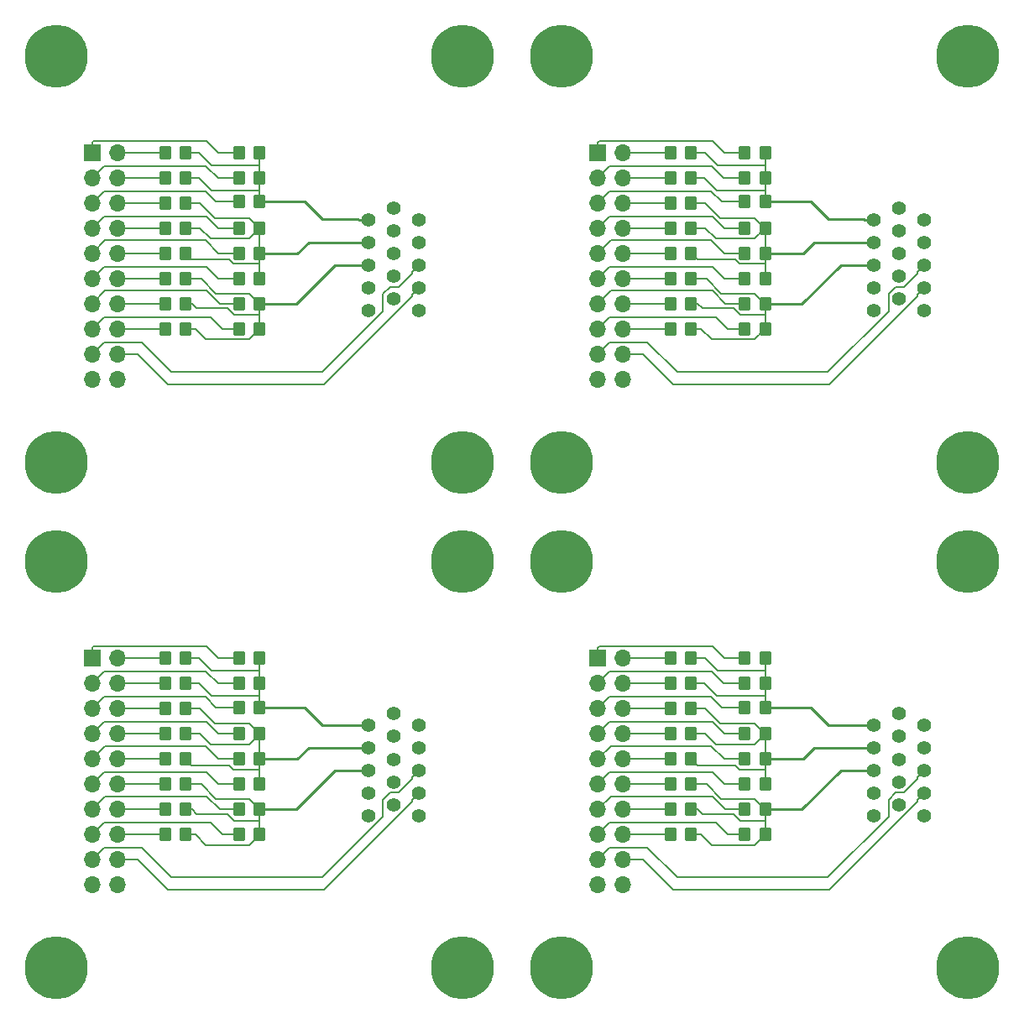
<source format=gtl>
%MOIN*%
%OFA0B0*%
%FSLAX46Y46*%
%IPPOS*%
%LPD*%
%AMRoundRect*
4,1,4,
0.07874015748031496,0.11811023622047245,
0.15748031496062992,0.19685039370078741,
0.23622047244094491,0.27559055118110237,
0.31496062992125984,0.35433070866141736,
0.07874015748031496,0.11811023622047245,
0*
1,1,$1,$2,$3*
1,1,$1,$2,$3*
1,1,$1,$2,$3*
1,1,$1,$2,$3*
20,1,$1,$2,$3,$4,$5,0*
20,1,$1,$2,$3,$4,$5,0*
20,1,$1,$2,$3,$4,$5,0*
20,1,$1,$2,$3,$4,$5,0*%
%AMCOMP1*
4,1,3,
0.012795275590551183,0.017716535433070866,
-0.012795275590551183,0.017716535433070866,
-0.012795275590551183,-0.017716535433070866,
0.012795275590551183,-0.017716535433070866,
0*
4,1,19,
0.012795275590551183,0.027559055118110236,
0.015836781440698302,0.027077327916290882,
0.018580563506815681,0.025679301125737672,
0.020758041283217985,0.023501823349335368,
0.0221560680737712,0.020758041283217985,
0.022637795275590549,0.017716535433070866,
0.0221560680737712,0.014675029582923748,
0.020758041283217985,0.011931247516806368,
0.018580563506815681,0.0097537697404040634,
0.015836781440698302,0.0083557429498508518,
0.012795275590551184,0.0078740157480314977,
0.00975376974040406,0.0083557429498508518,
0.0070099876742866834,0.00975376974040406,
0.0048325098978843775,0.011931247516806368,
0.0034344831073311669,0.014675029582923745,
0.0029527559055118114,0.017716535433070866,
0.0034344831073311656,0.020758041283217985,
0.0048325098978843749,0.023501823349335368,
0.00700998767428668,0.025679301125737672,
0.00975376974040406,0.027077327916290882,
0*
4,1,19,
-0.012795275590551183,0.027559055118110236,
-0.0097537697404040617,0.027077327916290882,
-0.0070099876742866826,0.025679301125737672,
-0.0048325098978843758,0.023501823349335368,
-0.0034344831073311669,0.020758041283217985,
-0.0029527559055118114,0.017716535433070866,
-0.0034344831073311656,0.014675029582923748,
-0.0048325098978843758,0.011931247516806368,
-0.0070099876742866817,0.0097537697404040634,
-0.0097537697404040617,0.0083557429498508518,
-0.012795275590551181,0.0078740157480314977,
-0.015836781440698305,0.0083557429498508518,
-0.018580563506815681,0.00975376974040406,
-0.020758041283217985,0.011931247516806368,
-0.0221560680737712,0.014675029582923745,
-0.022637795275590549,0.017716535433070866,
-0.0221560680737712,0.020758041283217985,
-0.020758041283217992,0.023501823349335368,
-0.018580563506815684,0.025679301125737672,
-0.015836781440698305,0.027077327916290882,
0*
4,1,19,
-0.012795275590551183,-0.0078740157480314977,
-0.0097537697404040617,-0.0083557429498508518,
-0.0070099876742866826,-0.0097537697404040617,
-0.0048325098978843758,-0.011931247516806368,
-0.0034344831073311669,-0.014675029582923747,
-0.0029527559055118114,-0.017716535433070866,
-0.0034344831073311656,-0.020758041283217985,
-0.0048325098978843758,-0.023501823349335368,
-0.0070099876742866817,-0.025679301125737672,
-0.0097537697404040617,-0.027077327916290882,
-0.012795275590551181,-0.027559055118110236,
-0.015836781440698305,-0.027077327916290882,
-0.018580563506815681,-0.025679301125737675,
-0.020758041283217985,-0.023501823349335368,
-0.0221560680737712,-0.020758041283217992,
-0.022637795275590549,-0.017716535433070869,
-0.0221560680737712,-0.014675029582923748,
-0.020758041283217992,-0.011931247516806369,
-0.018580563506815684,-0.0097537697404040634,
-0.015836781440698305,-0.0083557429498508518,
0*
4,1,19,
0.012795275590551183,-0.0078740157480314977,
0.015836781440698302,-0.0083557429498508518,
0.018580563506815681,-0.0097537697404040617,
0.020758041283217985,-0.011931247516806368,
0.0221560680737712,-0.014675029582923747,
0.022637795275590549,-0.017716535433070866,
0.0221560680737712,-0.020758041283217985,
0.020758041283217985,-0.023501823349335368,
0.018580563506815681,-0.025679301125737672,
0.015836781440698302,-0.027077327916290882,
0.012795275590551184,-0.027559055118110236,
0.00975376974040406,-0.027077327916290882,
0.0070099876742866834,-0.025679301125737675,
0.0048325098978843775,-0.023501823349335368,
0.0034344831073311669,-0.020758041283217992,
0.0029527559055118114,-0.017716535433070869,
0.0034344831073311656,-0.014675029582923748,
0.0048325098978843749,-0.011931247516806369,
0.00700998767428668,-0.0097537697404040634,
0.00975376974040406,-0.0083557429498508518,
0*
4,1,3,
0.012795275590551183,0.027559055118110236,
0.012795275590551183,0.0078740157480314977,
-0.012795275590551183,0.0078740157480314977,
-0.012795275590551183,0.027559055118110236,
0*
4,1,3,
-0.022637795275590549,0.017716535433070866,
-0.0029527559055118114,0.017716535433070866,
-0.0029527559055118114,-0.017716535433070866,
-0.022637795275590549,-0.017716535433070866,
0*
4,1,3,
-0.012795275590551183,-0.027559055118110236,
-0.012795275590551183,-0.0078740157480314977,
0.012795275590551183,-0.0078740157480314977,
0.012795275590551183,-0.027559055118110236,
0*
4,1,3,
0.022637795275590549,-0.017716535433070866,
0.0029527559055118114,-0.017716535433070866,
0.0029527559055118114,0.017716535433070866,
0.022637795275590549,0.017716535433070866,
0*%
%AMRoundRect0*
4,1,4,
0.07874015748031496,0.11811023622047245,
0.15748031496062992,0.19685039370078741,
0.23622047244094491,0.27559055118110237,
0.31496062992125984,0.35433070866141736,
0.07874015748031496,0.11811023622047245,
0*
1,1,$1,$2,$3*
1,1,$1,$2,$3*
1,1,$1,$2,$3*
1,1,$1,$2,$3*
20,1,$1,$2,$3,$4,$5,0*
20,1,$1,$2,$3,$4,$5,0*
20,1,$1,$2,$3,$4,$5,0*
20,1,$1,$2,$3,$4,$5,0*%
%AMCOMP30*
4,1,3,
0.012795275590551183,0.017716535433070866,
-0.012795275590551183,0.017716535433070866,
-0.012795275590551183,-0.017716535433070866,
0.012795275590551183,-0.017716535433070866,
0*
4,1,19,
0.012795275590551183,0.027559055118110236,
0.015836781440698302,0.027077327916290882,
0.018580563506815681,0.025679301125737672,
0.020758041283217985,0.023501823349335368,
0.0221560680737712,0.020758041283217985,
0.022637795275590549,0.017716535433070866,
0.0221560680737712,0.014675029582923748,
0.020758041283217985,0.011931247516806368,
0.018580563506815681,0.0097537697404040634,
0.015836781440698302,0.0083557429498508518,
0.012795275590551184,0.0078740157480314977,
0.00975376974040406,0.0083557429498508518,
0.0070099876742866834,0.00975376974040406,
0.0048325098978843775,0.011931247516806368,
0.0034344831073311669,0.014675029582923745,
0.0029527559055118114,0.017716535433070866,
0.0034344831073311656,0.020758041283217985,
0.0048325098978843749,0.023501823349335368,
0.00700998767428668,0.025679301125737672,
0.00975376974040406,0.027077327916290882,
0*
4,1,19,
-0.012795275590551183,0.027559055118110236,
-0.0097537697404040617,0.027077327916290882,
-0.0070099876742866826,0.025679301125737672,
-0.0048325098978843758,0.023501823349335368,
-0.0034344831073311669,0.020758041283217985,
-0.0029527559055118114,0.017716535433070866,
-0.0034344831073311656,0.014675029582923748,
-0.0048325098978843758,0.011931247516806368,
-0.0070099876742866817,0.0097537697404040634,
-0.0097537697404040617,0.0083557429498508518,
-0.012795275590551181,0.0078740157480314977,
-0.015836781440698305,0.0083557429498508518,
-0.018580563506815681,0.00975376974040406,
-0.020758041283217985,0.011931247516806368,
-0.0221560680737712,0.014675029582923745,
-0.022637795275590549,0.017716535433070866,
-0.0221560680737712,0.020758041283217985,
-0.020758041283217992,0.023501823349335368,
-0.018580563506815684,0.025679301125737672,
-0.015836781440698305,0.027077327916290882,
0*
4,1,19,
-0.012795275590551183,-0.0078740157480314977,
-0.0097537697404040617,-0.0083557429498508518,
-0.0070099876742866826,-0.0097537697404040617,
-0.0048325098978843758,-0.011931247516806368,
-0.0034344831073311669,-0.014675029582923747,
-0.0029527559055118114,-0.017716535433070866,
-0.0034344831073311656,-0.020758041283217985,
-0.0048325098978843758,-0.023501823349335368,
-0.0070099876742866817,-0.025679301125737672,
-0.0097537697404040617,-0.027077327916290882,
-0.012795275590551181,-0.027559055118110236,
-0.015836781440698305,-0.027077327916290882,
-0.018580563506815681,-0.025679301125737675,
-0.020758041283217985,-0.023501823349335368,
-0.0221560680737712,-0.020758041283217992,
-0.022637795275590549,-0.017716535433070869,
-0.0221560680737712,-0.014675029582923748,
-0.020758041283217992,-0.011931247516806369,
-0.018580563506815684,-0.0097537697404040634,
-0.015836781440698305,-0.0083557429498508518,
0*
4,1,19,
0.012795275590551183,-0.0078740157480314977,
0.015836781440698302,-0.0083557429498508518,
0.018580563506815681,-0.0097537697404040617,
0.020758041283217985,-0.011931247516806368,
0.0221560680737712,-0.014675029582923747,
0.022637795275590549,-0.017716535433070866,
0.0221560680737712,-0.020758041283217985,
0.020758041283217985,-0.023501823349335368,
0.018580563506815681,-0.025679301125737672,
0.015836781440698302,-0.027077327916290882,
0.012795275590551184,-0.027559055118110236,
0.00975376974040406,-0.027077327916290882,
0.0070099876742866834,-0.025679301125737675,
0.0048325098978843775,-0.023501823349335368,
0.0034344831073311669,-0.020758041283217992,
0.0029527559055118114,-0.017716535433070869,
0.0034344831073311656,-0.014675029582923748,
0.0048325098978843749,-0.011931247516806369,
0.00700998767428668,-0.0097537697404040634,
0.00975376974040406,-0.0083557429498508518,
0*
4,1,3,
0.012795275590551183,0.027559055118110236,
0.012795275590551183,0.0078740157480314977,
-0.012795275590551183,0.0078740157480314977,
-0.012795275590551183,0.027559055118110236,
0*
4,1,3,
-0.022637795275590549,0.017716535433070866,
-0.0029527559055118114,0.017716535433070866,
-0.0029527559055118114,-0.017716535433070866,
-0.022637795275590549,-0.017716535433070866,
0*
4,1,3,
-0.012795275590551183,-0.027559055118110236,
-0.012795275590551183,-0.0078740157480314977,
0.012795275590551183,-0.0078740157480314977,
0.012795275590551183,-0.027559055118110236,
0*
4,1,3,
0.022637795275590549,-0.017716535433070866,
0.0029527559055118114,-0.017716535433070866,
0.0029527559055118114,0.017716535433070866,
0.022637795275590549,0.017716535433070866,
0*%
%AMRoundRect1*
4,1,4,
0.07874015748031496,0.11811023622047245,
0.15748031496062992,0.19685039370078741,
0.23622047244094491,0.27559055118110237,
0.31496062992125984,0.35433070866141736,
0.07874015748031496,0.11811023622047245,
0*
1,1,$1,$2,$3*
1,1,$1,$2,$3*
1,1,$1,$2,$3*
1,1,$1,$2,$3*
20,1,$1,$2,$3,$4,$5,0*
20,1,$1,$2,$3,$4,$5,0*
20,1,$1,$2,$3,$4,$5,0*
20,1,$1,$2,$3,$4,$5,0*%
%AMCOMP50*
4,1,3,
0.012795275590551183,0.017716535433070866,
-0.012795275590551183,0.017716535433070866,
-0.012795275590551183,-0.017716535433070866,
0.012795275590551183,-0.017716535433070866,
0*
4,1,19,
0.012795275590551183,0.027559055118110236,
0.015836781440698302,0.027077327916290882,
0.018580563506815681,0.025679301125737672,
0.020758041283217985,0.023501823349335368,
0.0221560680737712,0.020758041283217985,
0.022637795275590549,0.017716535433070866,
0.0221560680737712,0.014675029582923748,
0.020758041283217985,0.011931247516806368,
0.018580563506815681,0.0097537697404040634,
0.015836781440698302,0.0083557429498508518,
0.012795275590551184,0.0078740157480314977,
0.00975376974040406,0.0083557429498508518,
0.0070099876742866834,0.00975376974040406,
0.0048325098978843775,0.011931247516806368,
0.0034344831073311669,0.014675029582923745,
0.0029527559055118114,0.017716535433070866,
0.0034344831073311656,0.020758041283217985,
0.0048325098978843749,0.023501823349335368,
0.00700998767428668,0.025679301125737672,
0.00975376974040406,0.027077327916290882,
0*
4,1,19,
-0.012795275590551183,0.027559055118110236,
-0.0097537697404040617,0.027077327916290882,
-0.0070099876742866826,0.025679301125737672,
-0.0048325098978843758,0.023501823349335368,
-0.0034344831073311669,0.020758041283217985,
-0.0029527559055118114,0.017716535433070866,
-0.0034344831073311656,0.014675029582923748,
-0.0048325098978843758,0.011931247516806368,
-0.0070099876742866817,0.0097537697404040634,
-0.0097537697404040617,0.0083557429498508518,
-0.012795275590551181,0.0078740157480314977,
-0.015836781440698305,0.0083557429498508518,
-0.018580563506815681,0.00975376974040406,
-0.020758041283217985,0.011931247516806368,
-0.0221560680737712,0.014675029582923745,
-0.022637795275590549,0.017716535433070866,
-0.0221560680737712,0.020758041283217985,
-0.020758041283217992,0.023501823349335368,
-0.018580563506815684,0.025679301125737672,
-0.015836781440698305,0.027077327916290882,
0*
4,1,19,
-0.012795275590551183,-0.0078740157480314977,
-0.0097537697404040617,-0.0083557429498508518,
-0.0070099876742866826,-0.0097537697404040617,
-0.0048325098978843758,-0.011931247516806368,
-0.0034344831073311669,-0.014675029582923747,
-0.0029527559055118114,-0.017716535433070866,
-0.0034344831073311656,-0.020758041283217985,
-0.0048325098978843758,-0.023501823349335368,
-0.0070099876742866817,-0.025679301125737672,
-0.0097537697404040617,-0.027077327916290882,
-0.012795275590551181,-0.027559055118110236,
-0.015836781440698305,-0.027077327916290882,
-0.018580563506815681,-0.025679301125737675,
-0.020758041283217985,-0.023501823349335368,
-0.0221560680737712,-0.020758041283217992,
-0.022637795275590549,-0.017716535433070869,
-0.0221560680737712,-0.014675029582923748,
-0.020758041283217992,-0.011931247516806369,
-0.018580563506815684,-0.0097537697404040634,
-0.015836781440698305,-0.0083557429498508518,
0*
4,1,19,
0.012795275590551183,-0.0078740157480314977,
0.015836781440698302,-0.0083557429498508518,
0.018580563506815681,-0.0097537697404040617,
0.020758041283217985,-0.011931247516806368,
0.0221560680737712,-0.014675029582923747,
0.022637795275590549,-0.017716535433070866,
0.0221560680737712,-0.020758041283217985,
0.020758041283217985,-0.023501823349335368,
0.018580563506815681,-0.025679301125737672,
0.015836781440698302,-0.027077327916290882,
0.012795275590551184,-0.027559055118110236,
0.00975376974040406,-0.027077327916290882,
0.0070099876742866834,-0.025679301125737675,
0.0048325098978843775,-0.023501823349335368,
0.0034344831073311669,-0.020758041283217992,
0.0029527559055118114,-0.017716535433070869,
0.0034344831073311656,-0.014675029582923748,
0.0048325098978843749,-0.011931247516806369,
0.00700998767428668,-0.0097537697404040634,
0.00975376974040406,-0.0083557429498508518,
0*
4,1,3,
0.012795275590551183,0.027559055118110236,
0.012795275590551183,0.0078740157480314977,
-0.012795275590551183,0.0078740157480314977,
-0.012795275590551183,0.027559055118110236,
0*
4,1,3,
-0.022637795275590549,0.017716535433070866,
-0.0029527559055118114,0.017716535433070866,
-0.0029527559055118114,-0.017716535433070866,
-0.022637795275590549,-0.017716535433070866,
0*
4,1,3,
-0.012795275590551183,-0.027559055118110236,
-0.012795275590551183,-0.0078740157480314977,
0.012795275590551183,-0.0078740157480314977,
0.012795275590551183,-0.027559055118110236,
0*
4,1,3,
0.022637795275590549,-0.017716535433070866,
0.0029527559055118114,-0.017716535433070866,
0.0029527559055118114,0.017716535433070866,
0.022637795275590549,0.017716535433070866,
0*%
%AMRoundRect0*
4,1,4,
0.07874015748031496,0.11811023622047245,
0.15748031496062992,0.19685039370078741,
0.23622047244094491,0.27559055118110237,
0.31496062992125984,0.35433070866141736,
0.07874015748031496,0.11811023622047245,
0*
1,1,$1,$2,$3*
1,1,$1,$2,$3*
1,1,$1,$2,$3*
1,1,$1,$2,$3*
20,1,$1,$2,$3,$4,$5,0*
20,1,$1,$2,$3,$4,$5,0*
20,1,$1,$2,$3,$4,$5,0*
20,1,$1,$2,$3,$4,$5,0*%
%AMCOMP70*
4,1,3,
0.012795275590551183,0.017716535433070866,
-0.012795275590551183,0.017716535433070866,
-0.012795275590551183,-0.017716535433070866,
0.012795275590551183,-0.017716535433070866,
0*
4,1,19,
0.012795275590551183,0.027559055118110236,
0.015836781440698302,0.027077327916290882,
0.018580563506815681,0.025679301125737672,
0.020758041283217985,0.023501823349335368,
0.0221560680737712,0.020758041283217985,
0.022637795275590549,0.017716535433070866,
0.0221560680737712,0.014675029582923748,
0.020758041283217985,0.011931247516806368,
0.018580563506815681,0.0097537697404040634,
0.015836781440698302,0.0083557429498508518,
0.012795275590551184,0.0078740157480314977,
0.00975376974040406,0.0083557429498508518,
0.0070099876742866834,0.00975376974040406,
0.0048325098978843775,0.011931247516806368,
0.0034344831073311669,0.014675029582923745,
0.0029527559055118114,0.017716535433070866,
0.0034344831073311656,0.020758041283217985,
0.0048325098978843749,0.023501823349335368,
0.00700998767428668,0.025679301125737672,
0.00975376974040406,0.027077327916290882,
0*
4,1,19,
-0.012795275590551183,0.027559055118110236,
-0.0097537697404040617,0.027077327916290882,
-0.0070099876742866826,0.025679301125737672,
-0.0048325098978843758,0.023501823349335368,
-0.0034344831073311669,0.020758041283217985,
-0.0029527559055118114,0.017716535433070866,
-0.0034344831073311656,0.014675029582923748,
-0.0048325098978843758,0.011931247516806368,
-0.0070099876742866817,0.0097537697404040634,
-0.0097537697404040617,0.0083557429498508518,
-0.012795275590551181,0.0078740157480314977,
-0.015836781440698305,0.0083557429498508518,
-0.018580563506815681,0.00975376974040406,
-0.020758041283217985,0.011931247516806368,
-0.0221560680737712,0.014675029582923745,
-0.022637795275590549,0.017716535433070866,
-0.0221560680737712,0.020758041283217985,
-0.020758041283217992,0.023501823349335368,
-0.018580563506815684,0.025679301125737672,
-0.015836781440698305,0.027077327916290882,
0*
4,1,19,
-0.012795275590551183,-0.0078740157480314977,
-0.0097537697404040617,-0.0083557429498508518,
-0.0070099876742866826,-0.0097537697404040617,
-0.0048325098978843758,-0.011931247516806368,
-0.0034344831073311669,-0.014675029582923747,
-0.0029527559055118114,-0.017716535433070866,
-0.0034344831073311656,-0.020758041283217985,
-0.0048325098978843758,-0.023501823349335368,
-0.0070099876742866817,-0.025679301125737672,
-0.0097537697404040617,-0.027077327916290882,
-0.012795275590551181,-0.027559055118110236,
-0.015836781440698305,-0.027077327916290882,
-0.018580563506815681,-0.025679301125737675,
-0.020758041283217985,-0.023501823349335368,
-0.0221560680737712,-0.020758041283217992,
-0.022637795275590549,-0.017716535433070869,
-0.0221560680737712,-0.014675029582923748,
-0.020758041283217992,-0.011931247516806369,
-0.018580563506815684,-0.0097537697404040634,
-0.015836781440698305,-0.0083557429498508518,
0*
4,1,19,
0.012795275590551183,-0.0078740157480314977,
0.015836781440698302,-0.0083557429498508518,
0.018580563506815681,-0.0097537697404040617,
0.020758041283217985,-0.011931247516806368,
0.0221560680737712,-0.014675029582923747,
0.022637795275590549,-0.017716535433070866,
0.0221560680737712,-0.020758041283217985,
0.020758041283217985,-0.023501823349335368,
0.018580563506815681,-0.025679301125737672,
0.015836781440698302,-0.027077327916290882,
0.012795275590551184,-0.027559055118110236,
0.00975376974040406,-0.027077327916290882,
0.0070099876742866834,-0.025679301125737675,
0.0048325098978843775,-0.023501823349335368,
0.0034344831073311669,-0.020758041283217992,
0.0029527559055118114,-0.017716535433070869,
0.0034344831073311656,-0.014675029582923748,
0.0048325098978843749,-0.011931247516806369,
0.00700998767428668,-0.0097537697404040634,
0.00975376974040406,-0.0083557429498508518,
0*
4,1,3,
0.012795275590551183,0.027559055118110236,
0.012795275590551183,0.0078740157480314977,
-0.012795275590551183,0.0078740157480314977,
-0.012795275590551183,0.027559055118110236,
0*
4,1,3,
-0.022637795275590549,0.017716535433070866,
-0.0029527559055118114,0.017716535433070866,
-0.0029527559055118114,-0.017716535433070866,
-0.022637795275590549,-0.017716535433070866,
0*
4,1,3,
-0.012795275590551183,-0.027559055118110236,
-0.012795275590551183,-0.0078740157480314977,
0.012795275590551183,-0.0078740157480314977,
0.012795275590551183,-0.027559055118110236,
0*
4,1,3,
0.022637795275590549,-0.017716535433070866,
0.0029527559055118114,-0.017716535433070866,
0.0029527559055118114,0.017716535433070866,
0.022637795275590549,0.017716535433070866,
0*%
%ADD10C,0.25*%
%ADD11R,0.066929133858267723X0.066929133858267723*%
%ADD12O,0.066929133858267723X0.066929133858267723*%
%ADD13C,0.055000000000000007*%
%AMCOMP10*
4,1,3,
0.012795275590551183,0.017716535433070866,
-0.012795275590551183,0.017716535433070866,
-0.012795275590551183,-0.017716535433070866,
0.012795275590551183,-0.017716535433070866,
0*
4,1,19,
0.012795275590551183,0.027559055118110236,
0.015836781440698302,0.027077327916290882,
0.018580563506815681,0.025679301125737672,
0.020758041283217985,0.023501823349335368,
0.0221560680737712,0.020758041283217985,
0.022637795275590549,0.017716535433070866,
0.0221560680737712,0.014675029582923748,
0.020758041283217985,0.011931247516806368,
0.018580563506815681,0.0097537697404040634,
0.015836781440698302,0.0083557429498508518,
0.012795275590551184,0.0078740157480314977,
0.00975376974040406,0.0083557429498508518,
0.0070099876742866834,0.00975376974040406,
0.0048325098978843775,0.011931247516806368,
0.0034344831073311669,0.014675029582923745,
0.0029527559055118114,0.017716535433070866,
0.0034344831073311656,0.020758041283217985,
0.0048325098978843749,0.023501823349335368,
0.00700998767428668,0.025679301125737672,
0.00975376974040406,0.027077327916290882,
0*
4,1,19,
-0.012795275590551183,0.027559055118110236,
-0.0097537697404040617,0.027077327916290882,
-0.0070099876742866826,0.025679301125737672,
-0.0048325098978843758,0.023501823349335368,
-0.0034344831073311669,0.020758041283217985,
-0.0029527559055118114,0.017716535433070866,
-0.0034344831073311656,0.014675029582923748,
-0.0048325098978843758,0.011931247516806368,
-0.0070099876742866817,0.0097537697404040634,
-0.0097537697404040617,0.0083557429498508518,
-0.012795275590551181,0.0078740157480314977,
-0.015836781440698305,0.0083557429498508518,
-0.018580563506815681,0.00975376974040406,
-0.020758041283217985,0.011931247516806368,
-0.0221560680737712,0.014675029582923745,
-0.022637795275590549,0.017716535433070866,
-0.0221560680737712,0.020758041283217985,
-0.020758041283217992,0.023501823349335368,
-0.018580563506815684,0.025679301125737672,
-0.015836781440698305,0.027077327916290882,
0*
4,1,19,
-0.012795275590551183,-0.0078740157480314977,
-0.0097537697404040617,-0.0083557429498508518,
-0.0070099876742866826,-0.0097537697404040617,
-0.0048325098978843758,-0.011931247516806368,
-0.0034344831073311669,-0.014675029582923747,
-0.0029527559055118114,-0.017716535433070866,
-0.0034344831073311656,-0.020758041283217985,
-0.0048325098978843758,-0.023501823349335368,
-0.0070099876742866817,-0.025679301125737672,
-0.0097537697404040617,-0.027077327916290882,
-0.012795275590551181,-0.027559055118110236,
-0.015836781440698305,-0.027077327916290882,
-0.018580563506815681,-0.025679301125737675,
-0.020758041283217985,-0.023501823349335368,
-0.0221560680737712,-0.020758041283217992,
-0.022637795275590549,-0.017716535433070869,
-0.0221560680737712,-0.014675029582923748,
-0.020758041283217992,-0.011931247516806369,
-0.018580563506815684,-0.0097537697404040634,
-0.015836781440698305,-0.0083557429498508518,
0*
4,1,19,
0.012795275590551183,-0.0078740157480314977,
0.015836781440698302,-0.0083557429498508518,
0.018580563506815681,-0.0097537697404040617,
0.020758041283217985,-0.011931247516806368,
0.0221560680737712,-0.014675029582923747,
0.022637795275590549,-0.017716535433070866,
0.0221560680737712,-0.020758041283217985,
0.020758041283217985,-0.023501823349335368,
0.018580563506815681,-0.025679301125737672,
0.015836781440698302,-0.027077327916290882,
0.012795275590551184,-0.027559055118110236,
0.00975376974040406,-0.027077327916290882,
0.0070099876742866834,-0.025679301125737675,
0.0048325098978843775,-0.023501823349335368,
0.0034344831073311669,-0.020758041283217992,
0.0029527559055118114,-0.017716535433070869,
0.0034344831073311656,-0.014675029582923748,
0.0048325098978843749,-0.011931247516806369,
0.00700998767428668,-0.0097537697404040634,
0.00975376974040406,-0.0083557429498508518,
0*
4,1,3,
0.012795275590551183,0.027559055118110236,
0.012795275590551183,0.0078740157480314977,
-0.012795275590551183,0.0078740157480314977,
-0.012795275590551183,0.027559055118110236,
0*
4,1,3,
-0.022637795275590549,0.017716535433070866,
-0.0029527559055118114,0.017716535433070866,
-0.0029527559055118114,-0.017716535433070866,
-0.022637795275590549,-0.017716535433070866,
0*
4,1,3,
-0.012795275590551183,-0.027559055118110236,
-0.012795275590551183,-0.0078740157480314977,
0.012795275590551183,-0.0078740157480314977,
0.012795275590551183,-0.027559055118110236,
0*
4,1,3,
0.022637795275590549,-0.017716535433070866,
0.0029527559055118114,-0.017716535433070866,
0.0029527559055118114,0.017716535433070866,
0.022637795275590549,0.017716535433070866,
0*%
%ADD14COMP10,0.25X0.325X0.45X-0.325X0.45X-0.325X-0.45X0.325X-0.45X0*%
%ADD15C,0.008*%
%ADD16C,0.01*%
%ADD27C,0.25*%
%ADD28R,0.066929133858267723X0.066929133858267723*%
%ADD29O,0.066929133858267723X0.066929133858267723*%
%ADD30C,0.055000000000000007*%
%AMCOMP12*
4,1,3,
0.012795275590551183,0.017716535433070866,
-0.012795275590551183,0.017716535433070866,
-0.012795275590551183,-0.017716535433070866,
0.012795275590551183,-0.017716535433070866,
0*
4,1,19,
0.012795275590551183,0.027559055118110236,
0.015836781440698302,0.027077327916290882,
0.018580563506815681,0.025679301125737672,
0.020758041283217985,0.023501823349335368,
0.0221560680737712,0.020758041283217985,
0.022637795275590549,0.017716535433070866,
0.0221560680737712,0.014675029582923748,
0.020758041283217985,0.011931247516806368,
0.018580563506815681,0.0097537697404040634,
0.015836781440698302,0.0083557429498508518,
0.012795275590551184,0.0078740157480314977,
0.00975376974040406,0.0083557429498508518,
0.0070099876742866834,0.00975376974040406,
0.0048325098978843775,0.011931247516806368,
0.0034344831073311669,0.014675029582923745,
0.0029527559055118114,0.017716535433070866,
0.0034344831073311656,0.020758041283217985,
0.0048325098978843749,0.023501823349335368,
0.00700998767428668,0.025679301125737672,
0.00975376974040406,0.027077327916290882,
0*
4,1,19,
-0.012795275590551183,0.027559055118110236,
-0.0097537697404040617,0.027077327916290882,
-0.0070099876742866826,0.025679301125737672,
-0.0048325098978843758,0.023501823349335368,
-0.0034344831073311669,0.020758041283217985,
-0.0029527559055118114,0.017716535433070866,
-0.0034344831073311656,0.014675029582923748,
-0.0048325098978843758,0.011931247516806368,
-0.0070099876742866817,0.0097537697404040634,
-0.0097537697404040617,0.0083557429498508518,
-0.012795275590551181,0.0078740157480314977,
-0.015836781440698305,0.0083557429498508518,
-0.018580563506815681,0.00975376974040406,
-0.020758041283217985,0.011931247516806368,
-0.0221560680737712,0.014675029582923745,
-0.022637795275590549,0.017716535433070866,
-0.0221560680737712,0.020758041283217985,
-0.020758041283217992,0.023501823349335368,
-0.018580563506815684,0.025679301125737672,
-0.015836781440698305,0.027077327916290882,
0*
4,1,19,
-0.012795275590551183,-0.0078740157480314977,
-0.0097537697404040617,-0.0083557429498508518,
-0.0070099876742866826,-0.0097537697404040617,
-0.0048325098978843758,-0.011931247516806368,
-0.0034344831073311669,-0.014675029582923747,
-0.0029527559055118114,-0.017716535433070866,
-0.0034344831073311656,-0.020758041283217985,
-0.0048325098978843758,-0.023501823349335368,
-0.0070099876742866817,-0.025679301125737672,
-0.0097537697404040617,-0.027077327916290882,
-0.012795275590551181,-0.027559055118110236,
-0.015836781440698305,-0.027077327916290882,
-0.018580563506815681,-0.025679301125737675,
-0.020758041283217985,-0.023501823349335368,
-0.0221560680737712,-0.020758041283217992,
-0.022637795275590549,-0.017716535433070869,
-0.0221560680737712,-0.014675029582923748,
-0.020758041283217992,-0.011931247516806369,
-0.018580563506815684,-0.0097537697404040634,
-0.015836781440698305,-0.0083557429498508518,
0*
4,1,19,
0.012795275590551183,-0.0078740157480314977,
0.015836781440698302,-0.0083557429498508518,
0.018580563506815681,-0.0097537697404040617,
0.020758041283217985,-0.011931247516806368,
0.0221560680737712,-0.014675029582923747,
0.022637795275590549,-0.017716535433070866,
0.0221560680737712,-0.020758041283217985,
0.020758041283217985,-0.023501823349335368,
0.018580563506815681,-0.025679301125737672,
0.015836781440698302,-0.027077327916290882,
0.012795275590551184,-0.027559055118110236,
0.00975376974040406,-0.027077327916290882,
0.0070099876742866834,-0.025679301125737675,
0.0048325098978843775,-0.023501823349335368,
0.0034344831073311669,-0.020758041283217992,
0.0029527559055118114,-0.017716535433070869,
0.0034344831073311656,-0.014675029582923748,
0.0048325098978843749,-0.011931247516806369,
0.00700998767428668,-0.0097537697404040634,
0.00975376974040406,-0.0083557429498508518,
0*
4,1,3,
0.012795275590551183,0.027559055118110236,
0.012795275590551183,0.0078740157480314977,
-0.012795275590551183,0.0078740157480314977,
-0.012795275590551183,0.027559055118110236,
0*
4,1,3,
-0.022637795275590549,0.017716535433070866,
-0.0029527559055118114,0.017716535433070866,
-0.0029527559055118114,-0.017716535433070866,
-0.022637795275590549,-0.017716535433070866,
0*
4,1,3,
-0.012795275590551183,-0.027559055118110236,
-0.012795275590551183,-0.0078740157480314977,
0.012795275590551183,-0.0078740157480314977,
0.012795275590551183,-0.027559055118110236,
0*
4,1,3,
0.022637795275590549,-0.017716535433070866,
0.0029527559055118114,-0.017716535433070866,
0.0029527559055118114,0.017716535433070866,
0.022637795275590549,0.017716535433070866,
0*%
%ADD31COMP12,0.25X0.325X0.45X-0.325X0.45X-0.325X-0.45X0.325X-0.45X0*%
%ADD32C,0.008*%
%ADD33C,0.01*%
%ADD34C,0.25*%
%ADD35R,0.066929133858267723X0.066929133858267723*%
%ADD36O,0.066929133858267723X0.066929133858267723*%
%ADD37C,0.055000000000000007*%
%AMCOMP14*
4,1,3,
0.012795275590551183,0.017716535433070866,
-0.012795275590551183,0.017716535433070866,
-0.012795275590551183,-0.017716535433070866,
0.012795275590551183,-0.017716535433070866,
0*
4,1,19,
0.012795275590551183,0.027559055118110236,
0.015836781440698302,0.027077327916290882,
0.018580563506815681,0.025679301125737672,
0.020758041283217985,0.023501823349335368,
0.0221560680737712,0.020758041283217985,
0.022637795275590549,0.017716535433070866,
0.0221560680737712,0.014675029582923748,
0.020758041283217985,0.011931247516806368,
0.018580563506815681,0.0097537697404040634,
0.015836781440698302,0.0083557429498508518,
0.012795275590551184,0.0078740157480314977,
0.00975376974040406,0.0083557429498508518,
0.0070099876742866834,0.00975376974040406,
0.0048325098978843775,0.011931247516806368,
0.0034344831073311669,0.014675029582923745,
0.0029527559055118114,0.017716535433070866,
0.0034344831073311656,0.020758041283217985,
0.0048325098978843749,0.023501823349335368,
0.00700998767428668,0.025679301125737672,
0.00975376974040406,0.027077327916290882,
0*
4,1,19,
-0.012795275590551183,0.027559055118110236,
-0.0097537697404040617,0.027077327916290882,
-0.0070099876742866826,0.025679301125737672,
-0.0048325098978843758,0.023501823349335368,
-0.0034344831073311669,0.020758041283217985,
-0.0029527559055118114,0.017716535433070866,
-0.0034344831073311656,0.014675029582923748,
-0.0048325098978843758,0.011931247516806368,
-0.0070099876742866817,0.0097537697404040634,
-0.0097537697404040617,0.0083557429498508518,
-0.012795275590551181,0.0078740157480314977,
-0.015836781440698305,0.0083557429498508518,
-0.018580563506815681,0.00975376974040406,
-0.020758041283217985,0.011931247516806368,
-0.0221560680737712,0.014675029582923745,
-0.022637795275590549,0.017716535433070866,
-0.0221560680737712,0.020758041283217985,
-0.020758041283217992,0.023501823349335368,
-0.018580563506815684,0.025679301125737672,
-0.015836781440698305,0.027077327916290882,
0*
4,1,19,
-0.012795275590551183,-0.0078740157480314977,
-0.0097537697404040617,-0.0083557429498508518,
-0.0070099876742866826,-0.0097537697404040617,
-0.0048325098978843758,-0.011931247516806368,
-0.0034344831073311669,-0.014675029582923747,
-0.0029527559055118114,-0.017716535433070866,
-0.0034344831073311656,-0.020758041283217985,
-0.0048325098978843758,-0.023501823349335368,
-0.0070099876742866817,-0.025679301125737672,
-0.0097537697404040617,-0.027077327916290882,
-0.012795275590551181,-0.027559055118110236,
-0.015836781440698305,-0.027077327916290882,
-0.018580563506815681,-0.025679301125737675,
-0.020758041283217985,-0.023501823349335368,
-0.0221560680737712,-0.020758041283217992,
-0.022637795275590549,-0.017716535433070869,
-0.0221560680737712,-0.014675029582923748,
-0.020758041283217992,-0.011931247516806369,
-0.018580563506815684,-0.0097537697404040634,
-0.015836781440698305,-0.0083557429498508518,
0*
4,1,19,
0.012795275590551183,-0.0078740157480314977,
0.015836781440698302,-0.0083557429498508518,
0.018580563506815681,-0.0097537697404040617,
0.020758041283217985,-0.011931247516806368,
0.0221560680737712,-0.014675029582923747,
0.022637795275590549,-0.017716535433070866,
0.0221560680737712,-0.020758041283217985,
0.020758041283217985,-0.023501823349335368,
0.018580563506815681,-0.025679301125737672,
0.015836781440698302,-0.027077327916290882,
0.012795275590551184,-0.027559055118110236,
0.00975376974040406,-0.027077327916290882,
0.0070099876742866834,-0.025679301125737675,
0.0048325098978843775,-0.023501823349335368,
0.0034344831073311669,-0.020758041283217992,
0.0029527559055118114,-0.017716535433070869,
0.0034344831073311656,-0.014675029582923748,
0.0048325098978843749,-0.011931247516806369,
0.00700998767428668,-0.0097537697404040634,
0.00975376974040406,-0.0083557429498508518,
0*
4,1,3,
0.012795275590551183,0.027559055118110236,
0.012795275590551183,0.0078740157480314977,
-0.012795275590551183,0.0078740157480314977,
-0.012795275590551183,0.027559055118110236,
0*
4,1,3,
-0.022637795275590549,0.017716535433070866,
-0.0029527559055118114,0.017716535433070866,
-0.0029527559055118114,-0.017716535433070866,
-0.022637795275590549,-0.017716535433070866,
0*
4,1,3,
-0.012795275590551183,-0.027559055118110236,
-0.012795275590551183,-0.0078740157480314977,
0.012795275590551183,-0.0078740157480314977,
0.012795275590551183,-0.027559055118110236,
0*
4,1,3,
0.022637795275590549,-0.017716535433070866,
0.0029527559055118114,-0.017716535433070866,
0.0029527559055118114,0.017716535433070866,
0.022637795275590549,0.017716535433070866,
0*%
%ADD38COMP14,0.25X0.325X0.45X-0.325X0.45X-0.325X-0.45X0.325X-0.45X0*%
%ADD39C,0.008*%
%ADD40C,0.01*%
%ADD41C,0.25*%
%ADD42R,0.066929133858267723X0.066929133858267723*%
%ADD43O,0.066929133858267723X0.066929133858267723*%
%ADD44C,0.055000000000000007*%
%AMCOMP16*
4,1,3,
0.012795275590551183,0.017716535433070866,
-0.012795275590551183,0.017716535433070866,
-0.012795275590551183,-0.017716535433070866,
0.012795275590551183,-0.017716535433070866,
0*
4,1,19,
0.012795275590551183,0.027559055118110236,
0.015836781440698302,0.027077327916290882,
0.018580563506815681,0.025679301125737672,
0.020758041283217985,0.023501823349335368,
0.0221560680737712,0.020758041283217985,
0.022637795275590549,0.017716535433070866,
0.0221560680737712,0.014675029582923748,
0.020758041283217985,0.011931247516806368,
0.018580563506815681,0.0097537697404040634,
0.015836781440698302,0.0083557429498508518,
0.012795275590551184,0.0078740157480314977,
0.00975376974040406,0.0083557429498508518,
0.0070099876742866834,0.00975376974040406,
0.0048325098978843775,0.011931247516806368,
0.0034344831073311669,0.014675029582923745,
0.0029527559055118114,0.017716535433070866,
0.0034344831073311656,0.020758041283217985,
0.0048325098978843749,0.023501823349335368,
0.00700998767428668,0.025679301125737672,
0.00975376974040406,0.027077327916290882,
0*
4,1,19,
-0.012795275590551183,0.027559055118110236,
-0.0097537697404040617,0.027077327916290882,
-0.0070099876742866826,0.025679301125737672,
-0.0048325098978843758,0.023501823349335368,
-0.0034344831073311669,0.020758041283217985,
-0.0029527559055118114,0.017716535433070866,
-0.0034344831073311656,0.014675029582923748,
-0.0048325098978843758,0.011931247516806368,
-0.0070099876742866817,0.0097537697404040634,
-0.0097537697404040617,0.0083557429498508518,
-0.012795275590551181,0.0078740157480314977,
-0.015836781440698305,0.0083557429498508518,
-0.018580563506815681,0.00975376974040406,
-0.020758041283217985,0.011931247516806368,
-0.0221560680737712,0.014675029582923745,
-0.022637795275590549,0.017716535433070866,
-0.0221560680737712,0.020758041283217985,
-0.020758041283217992,0.023501823349335368,
-0.018580563506815684,0.025679301125737672,
-0.015836781440698305,0.027077327916290882,
0*
4,1,19,
-0.012795275590551183,-0.0078740157480314977,
-0.0097537697404040617,-0.0083557429498508518,
-0.0070099876742866826,-0.0097537697404040617,
-0.0048325098978843758,-0.011931247516806368,
-0.0034344831073311669,-0.014675029582923747,
-0.0029527559055118114,-0.017716535433070866,
-0.0034344831073311656,-0.020758041283217985,
-0.0048325098978843758,-0.023501823349335368,
-0.0070099876742866817,-0.025679301125737672,
-0.0097537697404040617,-0.027077327916290882,
-0.012795275590551181,-0.027559055118110236,
-0.015836781440698305,-0.027077327916290882,
-0.018580563506815681,-0.025679301125737675,
-0.020758041283217985,-0.023501823349335368,
-0.0221560680737712,-0.020758041283217992,
-0.022637795275590549,-0.017716535433070869,
-0.0221560680737712,-0.014675029582923748,
-0.020758041283217992,-0.011931247516806369,
-0.018580563506815684,-0.0097537697404040634,
-0.015836781440698305,-0.0083557429498508518,
0*
4,1,19,
0.012795275590551183,-0.0078740157480314977,
0.015836781440698302,-0.0083557429498508518,
0.018580563506815681,-0.0097537697404040617,
0.020758041283217985,-0.011931247516806368,
0.0221560680737712,-0.014675029582923747,
0.022637795275590549,-0.017716535433070866,
0.0221560680737712,-0.020758041283217985,
0.020758041283217985,-0.023501823349335368,
0.018580563506815681,-0.025679301125737672,
0.015836781440698302,-0.027077327916290882,
0.012795275590551184,-0.027559055118110236,
0.00975376974040406,-0.027077327916290882,
0.0070099876742866834,-0.025679301125737675,
0.0048325098978843775,-0.023501823349335368,
0.0034344831073311669,-0.020758041283217992,
0.0029527559055118114,-0.017716535433070869,
0.0034344831073311656,-0.014675029582923748,
0.0048325098978843749,-0.011931247516806369,
0.00700998767428668,-0.0097537697404040634,
0.00975376974040406,-0.0083557429498508518,
0*
4,1,3,
0.012795275590551183,0.027559055118110236,
0.012795275590551183,0.0078740157480314977,
-0.012795275590551183,0.0078740157480314977,
-0.012795275590551183,0.027559055118110236,
0*
4,1,3,
-0.022637795275590549,0.017716535433070866,
-0.0029527559055118114,0.017716535433070866,
-0.0029527559055118114,-0.017716535433070866,
-0.022637795275590549,-0.017716535433070866,
0*
4,1,3,
-0.012795275590551183,-0.027559055118110236,
-0.012795275590551183,-0.0078740157480314977,
0.012795275590551183,-0.0078740157480314977,
0.012795275590551183,-0.027559055118110236,
0*
4,1,3,
0.022637795275590549,-0.017716535433070866,
0.0029527559055118114,-0.017716535433070866,
0.0029527559055118114,0.017716535433070866,
0.022637795275590549,0.017716535433070866,
0*%
%ADD45COMP16,0.25X0.325X0.45X-0.325X0.45X-0.325X-0.45X0.325X-0.45X0*%
%ADD46C,0.008*%
%ADD47C,0.01*%
G01*
D10*
X-0000393700Y0002322834D02*
X0000157480Y0000157480D03*
X0001771653Y0000157480D03*
X0001771653Y0001771653D03*
X0000157480Y0001771653D03*
D11*
X0000301299Y0001387834D03*
D12*
X0000401299Y0001387834D03*
X0000301299Y0001287834D03*
X0000401299Y0001287834D03*
X0000301299Y0001187834D03*
X0000401299Y0001187834D03*
X0000301299Y0001087834D03*
X0000401299Y0001087834D03*
X0000301299Y0000987834D03*
X0000401299Y0000987834D03*
X0000301299Y0000887834D03*
X0000401299Y0000887834D03*
X0000301299Y0000787834D03*
X0000401299Y0000787834D03*
X0000301299Y0000687834D03*
X0000401299Y0000687834D03*
X0000301299Y0000587834D03*
X0000401299Y0000587834D03*
X0000301299Y0000487834D03*
X0000401299Y0000487834D03*
D13*
X0001398399Y0001122534D03*
X0001398399Y0001032334D03*
X0001398399Y0000942334D03*
X0001398399Y0000852034D03*
X0001398399Y0000761934D03*
X0001498399Y0001167634D03*
X0001498399Y0001077434D03*
X0001498399Y0000987234D03*
X0001498399Y0000897134D03*
X0001498399Y0000806934D03*
X0001598399Y0001122534D03*
X0001598399Y0001032334D03*
X0001598299Y0000942234D03*
X0001598399Y0000852034D03*
X0001598399Y0000761934D03*
D14*
X0000966653Y0001387834D03*
X0000885944Y0001387834D03*
X0000671653Y0001387834D03*
X0000590944Y0001387834D03*
X0000966653Y0001287834D03*
X0000885944Y0001287834D03*
X0000671653Y0001287834D03*
X0000590944Y0001287834D03*
X0000966653Y0001192834D03*
X0000885944Y0001192834D03*
X0000671653Y0001187834D03*
X0000590944Y0001187834D03*
X0000966653Y0001087834D03*
X0000885944Y0001087834D03*
X0000671653Y0001087834D03*
X0000590944Y0001087834D03*
X0000966653Y0000987834D03*
X0000885944Y0000987834D03*
X0000671653Y0000987834D03*
X0000590944Y0000987834D03*
X0000966653Y0000887834D03*
X0000885944Y0000887834D03*
X0000671653Y0000887834D03*
X0000590944Y0000887834D03*
X0000966653Y0000787834D03*
X0000885944Y0000787834D03*
X0000671653Y0000787834D03*
X0000590944Y0000787834D03*
X0000966653Y0000687834D03*
X0000885944Y0000687834D03*
X0000671653Y0000687834D03*
X0000590944Y0000687834D03*
D15*
X0000307299Y0001435299D02*
X0000756299Y0001435299D01*
X0000301299Y0001387834D02*
X0000301299Y0001429299D01*
X0000885944Y0001387834D02*
X0000803763Y0001387834D01*
X0000301299Y0001429299D02*
X0000307299Y0001435299D01*
X0000803763Y0001387834D02*
X0000756299Y0001435299D01*
X0000448625Y0001387834D02*
X0000590944Y0001387834D01*
X0000401299Y0001387834D02*
X0000448625Y0001387834D01*
X0000885944Y0001287834D02*
X0000801299Y0001287834D01*
X0000753834Y0001335299D02*
X0000348763Y0001335299D01*
X0000348763Y0001335299D02*
X0000301299Y0001287834D01*
X0000801299Y0001287834D02*
X0000753834Y0001335299D01*
X0000401299Y0001287834D02*
X0000590944Y0001287834D01*
X0000348763Y0001235299D02*
X0000301299Y0001187834D01*
X0000885944Y0001192834D02*
X0000793763Y0001192834D01*
X0000751299Y0001235299D02*
X0000348763Y0001235299D01*
X0000793763Y0001192834D02*
X0000751299Y0001235299D01*
X0000401299Y0001187834D02*
X0000590944Y0001187834D01*
X0000803763Y0001087834D02*
X0000756299Y0001135299D01*
X0000348763Y0001135299D02*
X0000301299Y0001087834D01*
X0000885944Y0001087834D02*
X0000803763Y0001087834D01*
X0000756299Y0001135299D02*
X0000348763Y0001135299D01*
X0000448625Y0001087834D02*
X0000590944Y0001087834D01*
X0000401299Y0001087834D02*
X0000448625Y0001087834D01*
X0000885944Y0000987834D02*
X0000803834Y0000987834D01*
X0000803834Y0000987834D02*
X0000751299Y0001040370D01*
X0000751299Y0001040370D02*
X0000353834Y0001040370D01*
X0000353834Y0001040370D02*
X0000301299Y0000987834D01*
X0000401299Y0000987834D02*
X0000590944Y0000987834D01*
X0000885944Y0000887834D02*
X0000803763Y0000887834D01*
X0000756299Y0000935299D02*
X0000348763Y0000935299D01*
X0000348763Y0000935299D02*
X0000301299Y0000887834D01*
X0000803763Y0000887834D02*
X0000756299Y0000935299D01*
X0000401299Y0000887834D02*
X0000590944Y0000887834D01*
X0000756299Y0000840370D02*
X0000353834Y0000840370D01*
X0000353834Y0000840370D02*
X0000301299Y0000787834D01*
X0000808834Y0000787834D02*
X0000756299Y0000840370D01*
X0000885944Y0000787834D02*
X0000808834Y0000787834D01*
X0000401299Y0000787834D02*
X0000448625Y0000787834D01*
X0000448625Y0000787834D02*
X0000590944Y0000787834D01*
X0000348763Y0000735299D02*
X0000771299Y0000735299D01*
X0000818763Y0000687834D02*
X0000771299Y0000735299D01*
X0000301299Y0000687834D02*
X0000348763Y0000735299D01*
X0000885944Y0000687834D02*
X0000818763Y0000687834D01*
X0000401299Y0000687834D02*
X0000590944Y0000687834D01*
X0000498834Y0000635299D02*
X0000616299Y0000517834D01*
X0000301299Y0000587834D02*
X0000348763Y0000635299D01*
X0000348763Y0000635299D02*
X0000498834Y0000635299D01*
X0001485679Y0000855634D02*
X0001518319Y0000855634D01*
X0001518319Y0000855634D02*
X0001570799Y0000908114D01*
X0001215719Y0000517834D02*
X0001456899Y0000759014D01*
X0001456899Y0000759014D02*
X0001456899Y0000826854D01*
X0001456899Y0000826854D02*
X0001485679Y0000855634D01*
X0000616299Y0000517834D02*
X0001215719Y0000517834D01*
X0001570799Y0000914734D02*
X0001598299Y0000942234D01*
X0001570799Y0000908114D02*
X0001570799Y0000914734D01*
X0001220719Y0000467834D02*
X0001570899Y0000818014D01*
X0001570899Y0000818014D02*
X0001570899Y0000824534D01*
X0000601299Y0000467834D02*
X0001220719Y0000467834D01*
X0001570899Y0000824534D02*
X0001598399Y0000852034D01*
X0000401299Y0000587834D02*
X0000481299Y0000587834D01*
X0000481299Y0000587834D02*
X0000601299Y0000467834D01*
X0000839714Y0000769834D02*
X0000866714Y0000742834D01*
X0000866714Y0000742834D02*
X0000966299Y0000742834D01*
X0000792731Y0000829394D02*
X0000925094Y0000829394D01*
X0000966653Y0000687834D02*
X0000966653Y0000719330D01*
X0000671653Y0000887834D02*
X0000734290Y0000887834D01*
X0000942111Y0000812376D02*
X0000966653Y0000787834D01*
D16*
X0001266299Y0000942334D02*
X0001111799Y0000787834D01*
D15*
X0000966299Y0000742834D02*
X0000966653Y0000743188D01*
X0000753315Y0000646275D02*
X0000925094Y0000646275D01*
X0000925094Y0000829394D02*
X0000942111Y0000812376D01*
D16*
X0001111799Y0000787834D02*
X0000966653Y0000787834D01*
X0001398399Y0000942334D02*
X0001266299Y0000942334D01*
D15*
X0000716228Y0000769834D02*
X0000839714Y0000769834D01*
X0000942111Y0000663292D02*
X0000966653Y0000687834D01*
X0000671653Y0000787834D02*
X0000698228Y0000787834D01*
X0000671653Y0000687834D02*
X0000711755Y0000687834D01*
X0000711755Y0000687834D02*
X0000753315Y0000646275D01*
X0000698228Y0000787834D02*
X0000716228Y0000769834D01*
X0000966653Y0000719330D02*
X0000966653Y0000752834D01*
X0000925094Y0000646275D02*
X0000942111Y0000663292D01*
X0000966653Y0000752834D02*
X0000966653Y0000787834D01*
X0000966653Y0000743188D02*
X0000966653Y0000752834D01*
X0000734290Y0000887834D02*
X0000792731Y0000829394D01*
D16*
X0001398399Y0001032334D02*
X0001161299Y0001032334D01*
X0001116799Y0000987834D02*
X0001161299Y0001032334D01*
D15*
X0000925094Y0001046275D02*
X0000942111Y0001063292D01*
X0000963212Y0000946275D02*
X0000966653Y0000942834D01*
X0000966653Y0000887834D02*
X0000966653Y0000942834D01*
X0000787660Y0001129394D02*
X0000925094Y0001129394D01*
X0000942111Y0001063292D02*
X0000966653Y0001087834D01*
X0000671653Y0001087834D02*
X0000729290Y0001087834D01*
X0000966653Y0000942834D02*
X0000966653Y0000987834D01*
X0000729290Y0001087834D02*
X0000770850Y0001046275D01*
X0000942111Y0001112376D02*
X0000966653Y0001087834D01*
X0000925094Y0001129394D02*
X0000942111Y0001112376D01*
X0000671653Y0000987834D02*
X0000696195Y0000963292D01*
X0000729220Y0001187834D02*
X0000787660Y0001129394D01*
X0000671653Y0001187834D02*
X0000729220Y0001187834D01*
X0000770850Y0001046275D02*
X0000925094Y0001046275D01*
X0000921299Y0000946275D02*
X0000963212Y0000946275D01*
X0000696195Y0000963292D02*
X0000846256Y0000963292D01*
X0000846256Y0000963292D02*
X0000863273Y0000946275D01*
X0000863273Y0000946275D02*
X0000921299Y0000946275D01*
D16*
X0000966653Y0000987834D02*
X0001116799Y0000987834D01*
D15*
X0000966653Y0001087834D02*
X0000966653Y0000987834D01*
X0000671653Y0001287834D02*
X0000724220Y0001287834D01*
X0000724220Y0001287834D02*
X0000774220Y0001237834D01*
X0000671653Y0001387834D02*
X0000726755Y0001387834D01*
D16*
X0001146299Y0001192834D02*
X0001216299Y0001122834D01*
D15*
X0000776755Y0001337834D02*
X0000966299Y0001337834D01*
D16*
X0001359508Y0001122534D02*
X0001359208Y0001122834D01*
D15*
X0000966653Y0001237834D02*
X0000966653Y0001287834D01*
X0000966299Y0001337834D02*
X0000966653Y0001338188D01*
X0000966299Y0001337834D02*
X0000966653Y0001337480D01*
X0000966653Y0001192834D02*
X0000966653Y0001237834D01*
X0000726755Y0001387834D02*
X0000776755Y0001337834D01*
D16*
X0001398399Y0001122534D02*
X0001359508Y0001122534D01*
D15*
X0000966653Y0001338188D02*
X0000966653Y0001387834D01*
D16*
X0001359208Y0001122834D02*
X0001216299Y0001122834D01*
D15*
X0000774220Y0001237834D02*
X0000966653Y0001237834D01*
X0000966653Y0001337480D02*
X0000966653Y0001287834D01*
D16*
X0000966653Y0001192834D02*
X0001146299Y0001192834D01*
G04 next file*
G04 #@! TF.GenerationSoftware,KiCad,Pcbnew,(6.0.1)*
G04 #@! TF.CreationDate,2022-05-17T17:19:42-04:00*
G04 #@! TF.ProjectId,VGAX49,56474158-3439-42e6-9b69-6361645f7063,X1*
G04 #@! TF.SameCoordinates,Original*
G04 #@! TF.FileFunction,Copper,L1,Top*
G04 #@! TF.FilePolarity,Positive*
G04 Gerber Fmt 4.6, Leading zero omitted, Abs format (unit mm)*
G04 Created by KiCad (PCBNEW (6.0.1)) date 2022-05-17 17:19:42*
G01*
G04 APERTURE LIST*
G04 Aperture macros list*
G04 Aperture macros list end*
G04 #@! TA.AperFunction,ComponentPad*
G04 #@! TD*
G04 #@! TA.AperFunction,ComponentPad*
G04 #@! TD*
G04 #@! TA.AperFunction,ComponentPad*
G04 #@! TD*
G04 #@! TA.AperFunction,ComponentPad*
G04 #@! TD*
G04 #@! TA.AperFunction,SMDPad,CuDef*
G04 #@! TD*
G04 #@! TA.AperFunction,Conductor*
G04 #@! TD*
G04 #@! TA.AperFunction,Conductor*
G04 #@! TD*
G04 APERTURE END LIST*
D27*
X0001614173Y0004330708D02*
X0002165354Y0002165354D03*
X0003779527Y0002165354D03*
X0003779527Y0003779527D03*
X0002165354Y0003779527D03*
D28*
X0002309173Y0003395708D03*
D29*
X0002409173Y0003395708D03*
X0002309173Y0003295708D03*
X0002409173Y0003295708D03*
X0002309173Y0003195708D03*
X0002409173Y0003195708D03*
X0002309173Y0003095708D03*
X0002409173Y0003095708D03*
X0002309173Y0002995708D03*
X0002409173Y0002995708D03*
X0002309173Y0002895708D03*
X0002409173Y0002895708D03*
X0002309173Y0002795708D03*
X0002409173Y0002795708D03*
X0002309173Y0002695708D03*
X0002409173Y0002695708D03*
X0002309173Y0002595708D03*
X0002409173Y0002595708D03*
X0002309173Y0002495708D03*
X0002409173Y0002495708D03*
D30*
X0003406273Y0003130408D03*
X0003406273Y0003040208D03*
X0003406273Y0002950208D03*
X0003406273Y0002859908D03*
X0003406273Y0002769808D03*
X0003506273Y0003175508D03*
X0003506273Y0003085308D03*
X0003506273Y0002995108D03*
X0003506273Y0002905008D03*
X0003506273Y0002814808D03*
X0003606273Y0003130408D03*
X0003606273Y0003040208D03*
X0003606173Y0002950108D03*
X0003606273Y0002859908D03*
X0003606273Y0002769808D03*
D31*
X0002974527Y0003395708D03*
X0002893818Y0003395708D03*
X0002679527Y0003395708D03*
X0002598818Y0003395708D03*
X0002974527Y0003295708D03*
X0002893818Y0003295708D03*
X0002679527Y0003295708D03*
X0002598818Y0003295708D03*
X0002974527Y0003200708D03*
X0002893818Y0003200708D03*
X0002679527Y0003195708D03*
X0002598818Y0003195708D03*
X0002974527Y0003095708D03*
X0002893818Y0003095708D03*
X0002679527Y0003095708D03*
X0002598818Y0003095708D03*
X0002974527Y0002995708D03*
X0002893818Y0002995708D03*
X0002679527Y0002995708D03*
X0002598818Y0002995708D03*
X0002974527Y0002895708D03*
X0002893818Y0002895708D03*
X0002679527Y0002895708D03*
X0002598818Y0002895708D03*
X0002974527Y0002795708D03*
X0002893818Y0002795708D03*
X0002679527Y0002795708D03*
X0002598818Y0002795708D03*
X0002974527Y0002695708D03*
X0002893818Y0002695708D03*
X0002679527Y0002695708D03*
X0002598818Y0002695708D03*
D32*
X0002315173Y0003443173D02*
X0002764173Y0003443173D01*
X0002309173Y0003395708D02*
X0002309173Y0003437173D01*
X0002893818Y0003395708D02*
X0002811637Y0003395708D01*
X0002309173Y0003437173D02*
X0002315173Y0003443173D01*
X0002811637Y0003395708D02*
X0002764173Y0003443173D01*
X0002456499Y0003395708D02*
X0002598818Y0003395708D01*
X0002409173Y0003395708D02*
X0002456499Y0003395708D01*
X0002893818Y0003295708D02*
X0002809173Y0003295708D01*
X0002761708Y0003343173D02*
X0002356637Y0003343173D01*
X0002356637Y0003343173D02*
X0002309173Y0003295708D01*
X0002809173Y0003295708D02*
X0002761708Y0003343173D01*
X0002409173Y0003295708D02*
X0002598818Y0003295708D01*
X0002356637Y0003243173D02*
X0002309173Y0003195708D01*
X0002893818Y0003200708D02*
X0002801637Y0003200708D01*
X0002759173Y0003243173D02*
X0002356637Y0003243173D01*
X0002801637Y0003200708D02*
X0002759173Y0003243173D01*
X0002409173Y0003195708D02*
X0002598818Y0003195708D01*
X0002811637Y0003095708D02*
X0002764173Y0003143173D01*
X0002356637Y0003143173D02*
X0002309173Y0003095708D01*
X0002893818Y0003095708D02*
X0002811637Y0003095708D01*
X0002764173Y0003143173D02*
X0002356637Y0003143173D01*
X0002456499Y0003095708D02*
X0002598818Y0003095708D01*
X0002409173Y0003095708D02*
X0002456499Y0003095708D01*
X0002893818Y0002995708D02*
X0002811708Y0002995708D01*
X0002811708Y0002995708D02*
X0002759173Y0003048244D01*
X0002759173Y0003048244D02*
X0002361708Y0003048244D01*
X0002361708Y0003048244D02*
X0002309173Y0002995708D01*
X0002409173Y0002995708D02*
X0002598818Y0002995708D01*
X0002893818Y0002895708D02*
X0002811637Y0002895708D01*
X0002764173Y0002943173D02*
X0002356637Y0002943173D01*
X0002356637Y0002943173D02*
X0002309173Y0002895708D01*
X0002811637Y0002895708D02*
X0002764173Y0002943173D01*
X0002409173Y0002895708D02*
X0002598818Y0002895708D01*
X0002764173Y0002848244D02*
X0002361708Y0002848244D01*
X0002361708Y0002848244D02*
X0002309173Y0002795708D01*
X0002816708Y0002795708D02*
X0002764173Y0002848244D01*
X0002893818Y0002795708D02*
X0002816708Y0002795708D01*
X0002409173Y0002795708D02*
X0002456499Y0002795708D01*
X0002456499Y0002795708D02*
X0002598818Y0002795708D01*
X0002356637Y0002743173D02*
X0002779173Y0002743173D01*
X0002826637Y0002695708D02*
X0002779173Y0002743173D01*
X0002309173Y0002695708D02*
X0002356637Y0002743173D01*
X0002893818Y0002695708D02*
X0002826637Y0002695708D01*
X0002409173Y0002695708D02*
X0002598818Y0002695708D01*
X0002506708Y0002643173D02*
X0002624173Y0002525708D01*
X0002309173Y0002595708D02*
X0002356637Y0002643173D01*
X0002356637Y0002643173D02*
X0002506708Y0002643173D01*
X0003493553Y0002863508D02*
X0003526193Y0002863508D01*
X0003526193Y0002863508D02*
X0003578673Y0002915988D01*
X0003223593Y0002525708D02*
X0003464773Y0002766888D01*
X0003464773Y0002766888D02*
X0003464773Y0002834728D01*
X0003464773Y0002834728D02*
X0003493553Y0002863508D01*
X0002624173Y0002525708D02*
X0003223593Y0002525708D01*
X0003578673Y0002922608D02*
X0003606173Y0002950108D01*
X0003578673Y0002915988D02*
X0003578673Y0002922608D01*
X0003228593Y0002475708D02*
X0003578773Y0002825888D01*
X0003578773Y0002825888D02*
X0003578773Y0002832408D01*
X0002609173Y0002475708D02*
X0003228593Y0002475708D01*
X0003578773Y0002832408D02*
X0003606273Y0002859908D01*
X0002409173Y0002595708D02*
X0002489173Y0002595708D01*
X0002489173Y0002595708D02*
X0002609173Y0002475708D01*
X0002847588Y0002777708D02*
X0002874588Y0002750708D01*
X0002874588Y0002750708D02*
X0002974173Y0002750708D01*
X0002800605Y0002837268D02*
X0002932968Y0002837268D01*
X0002974527Y0002695708D02*
X0002974527Y0002727204D01*
X0002679527Y0002895708D02*
X0002742165Y0002895708D01*
X0002949985Y0002820250D02*
X0002974527Y0002795708D01*
D33*
X0003274173Y0002950208D02*
X0003119673Y0002795708D01*
D32*
X0002974173Y0002750708D02*
X0002974527Y0002751062D01*
X0002761189Y0002654149D02*
X0002932968Y0002654149D01*
X0002932968Y0002837268D02*
X0002949985Y0002820250D01*
D33*
X0003119673Y0002795708D02*
X0002974527Y0002795708D01*
X0003406273Y0002950208D02*
X0003274173Y0002950208D01*
D32*
X0002724102Y0002777708D02*
X0002847588Y0002777708D01*
X0002949985Y0002671166D02*
X0002974527Y0002695708D01*
X0002679527Y0002795708D02*
X0002706102Y0002795708D01*
X0002679527Y0002695708D02*
X0002719629Y0002695708D01*
X0002719629Y0002695708D02*
X0002761189Y0002654149D01*
X0002706102Y0002795708D02*
X0002724102Y0002777708D01*
X0002974527Y0002727204D02*
X0002974527Y0002760708D01*
X0002932968Y0002654149D02*
X0002949985Y0002671166D01*
X0002974527Y0002760708D02*
X0002974527Y0002795708D01*
X0002974527Y0002751062D02*
X0002974527Y0002760708D01*
X0002742165Y0002895708D02*
X0002800605Y0002837268D01*
D33*
X0003406273Y0003040208D02*
X0003169173Y0003040208D01*
X0003124673Y0002995708D02*
X0003169173Y0003040208D01*
D32*
X0002932968Y0003054149D02*
X0002949985Y0003071166D01*
X0002971087Y0002954149D02*
X0002974527Y0002950708D01*
X0002974527Y0002895708D02*
X0002974527Y0002950708D01*
X0002795534Y0003137268D02*
X0002932968Y0003137268D01*
X0002949985Y0003071166D02*
X0002974527Y0003095708D01*
X0002679527Y0003095708D02*
X0002737165Y0003095708D01*
X0002974527Y0002950708D02*
X0002974527Y0002995708D01*
X0002737165Y0003095708D02*
X0002778724Y0003054149D01*
X0002949985Y0003120250D02*
X0002974527Y0003095708D01*
X0002932968Y0003137268D02*
X0002949985Y0003120250D01*
X0002679527Y0002995708D02*
X0002704069Y0002971166D01*
X0002737094Y0003195708D02*
X0002795534Y0003137268D01*
X0002679527Y0003195708D02*
X0002737094Y0003195708D01*
X0002778724Y0003054149D02*
X0002932968Y0003054149D01*
X0002929173Y0002954149D02*
X0002971087Y0002954149D01*
X0002704069Y0002971166D02*
X0002854130Y0002971166D01*
X0002854130Y0002971166D02*
X0002871147Y0002954149D01*
X0002871147Y0002954149D02*
X0002929173Y0002954149D01*
D33*
X0002974527Y0002995708D02*
X0003124673Y0002995708D01*
D32*
X0002974527Y0003095708D02*
X0002974527Y0002995708D01*
X0002679527Y0003295708D02*
X0002732094Y0003295708D01*
X0002732094Y0003295708D02*
X0002782094Y0003245708D01*
X0002679527Y0003395708D02*
X0002734629Y0003395708D01*
D33*
X0003154173Y0003200708D02*
X0003224173Y0003130708D01*
D32*
X0002784629Y0003345708D02*
X0002974173Y0003345708D01*
D33*
X0003367382Y0003130408D02*
X0003367082Y0003130708D01*
D32*
X0002974527Y0003245708D02*
X0002974527Y0003295708D01*
X0002974173Y0003345708D02*
X0002974527Y0003346062D01*
X0002974173Y0003345708D02*
X0002974527Y0003345354D01*
X0002974527Y0003200708D02*
X0002974527Y0003245708D01*
X0002734629Y0003395708D02*
X0002784629Y0003345708D01*
D33*
X0003406273Y0003130408D02*
X0003367382Y0003130408D01*
D32*
X0002974527Y0003346062D02*
X0002974527Y0003395708D01*
D33*
X0003367082Y0003130708D02*
X0003224173Y0003130708D01*
D32*
X0002782094Y0003245708D02*
X0002974527Y0003245708D01*
X0002974527Y0003345354D02*
X0002974527Y0003295708D01*
D33*
X0002974527Y0003200708D02*
X0003154173Y0003200708D01*
G04 next file*
G04 #@! TF.GenerationSoftware,KiCad,Pcbnew,(6.0.1)*
G04 #@! TF.CreationDate,2022-05-17T17:19:42-04:00*
G04 #@! TF.ProjectId,VGAX49,56474158-3439-42e6-9b69-6361645f7063,X1*
G04 #@! TF.SameCoordinates,Original*
G04 #@! TF.FileFunction,Copper,L1,Top*
G04 #@! TF.FilePolarity,Positive*
G04 Gerber Fmt 4.6, Leading zero omitted, Abs format (unit mm)*
G04 Created by KiCad (PCBNEW (6.0.1)) date 2022-05-17 17:19:42*
G01*
G04 APERTURE LIST*
G04 Aperture macros list*
G04 Aperture macros list end*
G04 #@! TA.AperFunction,ComponentPad*
G04 #@! TD*
G04 #@! TA.AperFunction,ComponentPad*
G04 #@! TD*
G04 #@! TA.AperFunction,ComponentPad*
G04 #@! TD*
G04 #@! TA.AperFunction,ComponentPad*
G04 #@! TD*
G04 #@! TA.AperFunction,SMDPad,CuDef*
G04 #@! TD*
G04 #@! TA.AperFunction,Conductor*
G04 #@! TD*
G04 #@! TA.AperFunction,Conductor*
G04 #@! TD*
G04 APERTURE END LIST*
D34*
X0001614173Y0002322834D02*
X0002165354Y0000157480D03*
X0003779527Y0000157480D03*
X0003779527Y0001771653D03*
X0002165354Y0001771653D03*
D35*
X0002309173Y0001387834D03*
D36*
X0002409173Y0001387834D03*
X0002309173Y0001287834D03*
X0002409173Y0001287834D03*
X0002309173Y0001187834D03*
X0002409173Y0001187834D03*
X0002309173Y0001087834D03*
X0002409173Y0001087834D03*
X0002309173Y0000987834D03*
X0002409173Y0000987834D03*
X0002309173Y0000887834D03*
X0002409173Y0000887834D03*
X0002309173Y0000787834D03*
X0002409173Y0000787834D03*
X0002309173Y0000687834D03*
X0002409173Y0000687834D03*
X0002309173Y0000587834D03*
X0002409173Y0000587834D03*
X0002309173Y0000487834D03*
X0002409173Y0000487834D03*
D37*
X0003406273Y0001122534D03*
X0003406273Y0001032334D03*
X0003406273Y0000942334D03*
X0003406273Y0000852034D03*
X0003406273Y0000761934D03*
X0003506273Y0001167634D03*
X0003506273Y0001077434D03*
X0003506273Y0000987234D03*
X0003506273Y0000897134D03*
X0003506273Y0000806934D03*
X0003606273Y0001122534D03*
X0003606273Y0001032334D03*
X0003606173Y0000942234D03*
X0003606273Y0000852034D03*
X0003606273Y0000761934D03*
D38*
X0002974527Y0001387834D03*
X0002893818Y0001387834D03*
X0002679527Y0001387834D03*
X0002598818Y0001387834D03*
X0002974527Y0001287834D03*
X0002893818Y0001287834D03*
X0002679527Y0001287834D03*
X0002598818Y0001287834D03*
X0002974527Y0001192834D03*
X0002893818Y0001192834D03*
X0002679527Y0001187834D03*
X0002598818Y0001187834D03*
X0002974527Y0001087834D03*
X0002893818Y0001087834D03*
X0002679527Y0001087834D03*
X0002598818Y0001087834D03*
X0002974527Y0000987834D03*
X0002893818Y0000987834D03*
X0002679527Y0000987834D03*
X0002598818Y0000987834D03*
X0002974527Y0000887834D03*
X0002893818Y0000887834D03*
X0002679527Y0000887834D03*
X0002598818Y0000887834D03*
X0002974527Y0000787834D03*
X0002893818Y0000787834D03*
X0002679527Y0000787834D03*
X0002598818Y0000787834D03*
X0002974527Y0000687834D03*
X0002893818Y0000687834D03*
X0002679527Y0000687834D03*
X0002598818Y0000687834D03*
D39*
X0002315173Y0001435299D02*
X0002764173Y0001435299D01*
X0002309173Y0001387834D02*
X0002309173Y0001429299D01*
X0002893818Y0001387834D02*
X0002811637Y0001387834D01*
X0002309173Y0001429299D02*
X0002315173Y0001435299D01*
X0002811637Y0001387834D02*
X0002764173Y0001435299D01*
X0002456499Y0001387834D02*
X0002598818Y0001387834D01*
X0002409173Y0001387834D02*
X0002456499Y0001387834D01*
X0002893818Y0001287834D02*
X0002809173Y0001287834D01*
X0002761708Y0001335299D02*
X0002356637Y0001335299D01*
X0002356637Y0001335299D02*
X0002309173Y0001287834D01*
X0002809173Y0001287834D02*
X0002761708Y0001335299D01*
X0002409173Y0001287834D02*
X0002598818Y0001287834D01*
X0002356637Y0001235299D02*
X0002309173Y0001187834D01*
X0002893818Y0001192834D02*
X0002801637Y0001192834D01*
X0002759173Y0001235299D02*
X0002356637Y0001235299D01*
X0002801637Y0001192834D02*
X0002759173Y0001235299D01*
X0002409173Y0001187834D02*
X0002598818Y0001187834D01*
X0002811637Y0001087834D02*
X0002764173Y0001135299D01*
X0002356637Y0001135299D02*
X0002309173Y0001087834D01*
X0002893818Y0001087834D02*
X0002811637Y0001087834D01*
X0002764173Y0001135299D02*
X0002356637Y0001135299D01*
X0002456499Y0001087834D02*
X0002598818Y0001087834D01*
X0002409173Y0001087834D02*
X0002456499Y0001087834D01*
X0002893818Y0000987834D02*
X0002811708Y0000987834D01*
X0002811708Y0000987834D02*
X0002759173Y0001040370D01*
X0002759173Y0001040370D02*
X0002361708Y0001040370D01*
X0002361708Y0001040370D02*
X0002309173Y0000987834D01*
X0002409173Y0000987834D02*
X0002598818Y0000987834D01*
X0002893818Y0000887834D02*
X0002811637Y0000887834D01*
X0002764173Y0000935299D02*
X0002356637Y0000935299D01*
X0002356637Y0000935299D02*
X0002309173Y0000887834D01*
X0002811637Y0000887834D02*
X0002764173Y0000935299D01*
X0002409173Y0000887834D02*
X0002598818Y0000887834D01*
X0002764173Y0000840370D02*
X0002361708Y0000840370D01*
X0002361708Y0000840370D02*
X0002309173Y0000787834D01*
X0002816708Y0000787834D02*
X0002764173Y0000840370D01*
X0002893818Y0000787834D02*
X0002816708Y0000787834D01*
X0002409173Y0000787834D02*
X0002456499Y0000787834D01*
X0002456499Y0000787834D02*
X0002598818Y0000787834D01*
X0002356637Y0000735299D02*
X0002779173Y0000735299D01*
X0002826637Y0000687834D02*
X0002779173Y0000735299D01*
X0002309173Y0000687834D02*
X0002356637Y0000735299D01*
X0002893818Y0000687834D02*
X0002826637Y0000687834D01*
X0002409173Y0000687834D02*
X0002598818Y0000687834D01*
X0002506708Y0000635299D02*
X0002624173Y0000517834D01*
X0002309173Y0000587834D02*
X0002356637Y0000635299D01*
X0002356637Y0000635299D02*
X0002506708Y0000635299D01*
X0003493553Y0000855634D02*
X0003526193Y0000855634D01*
X0003526193Y0000855634D02*
X0003578673Y0000908114D01*
X0003223593Y0000517834D02*
X0003464773Y0000759014D01*
X0003464773Y0000759014D02*
X0003464773Y0000826854D01*
X0003464773Y0000826854D02*
X0003493553Y0000855634D01*
X0002624173Y0000517834D02*
X0003223593Y0000517834D01*
X0003578673Y0000914734D02*
X0003606173Y0000942234D01*
X0003578673Y0000908114D02*
X0003578673Y0000914734D01*
X0003228593Y0000467834D02*
X0003578773Y0000818014D01*
X0003578773Y0000818014D02*
X0003578773Y0000824534D01*
X0002609173Y0000467834D02*
X0003228593Y0000467834D01*
X0003578773Y0000824534D02*
X0003606273Y0000852034D01*
X0002409173Y0000587834D02*
X0002489173Y0000587834D01*
X0002489173Y0000587834D02*
X0002609173Y0000467834D01*
X0002847588Y0000769834D02*
X0002874588Y0000742834D01*
X0002874588Y0000742834D02*
X0002974173Y0000742834D01*
X0002800605Y0000829394D02*
X0002932968Y0000829394D01*
X0002974527Y0000687834D02*
X0002974527Y0000719330D01*
X0002679527Y0000887834D02*
X0002742165Y0000887834D01*
X0002949985Y0000812376D02*
X0002974527Y0000787834D01*
D40*
X0003274173Y0000942334D02*
X0003119673Y0000787834D01*
D39*
X0002974173Y0000742834D02*
X0002974527Y0000743188D01*
X0002761189Y0000646275D02*
X0002932968Y0000646275D01*
X0002932968Y0000829394D02*
X0002949985Y0000812376D01*
D40*
X0003119673Y0000787834D02*
X0002974527Y0000787834D01*
X0003406273Y0000942334D02*
X0003274173Y0000942334D01*
D39*
X0002724102Y0000769834D02*
X0002847588Y0000769834D01*
X0002949985Y0000663292D02*
X0002974527Y0000687834D01*
X0002679527Y0000787834D02*
X0002706102Y0000787834D01*
X0002679527Y0000687834D02*
X0002719629Y0000687834D01*
X0002719629Y0000687834D02*
X0002761189Y0000646275D01*
X0002706102Y0000787834D02*
X0002724102Y0000769834D01*
X0002974527Y0000719330D02*
X0002974527Y0000752834D01*
X0002932968Y0000646275D02*
X0002949985Y0000663292D01*
X0002974527Y0000752834D02*
X0002974527Y0000787834D01*
X0002974527Y0000743188D02*
X0002974527Y0000752834D01*
X0002742165Y0000887834D02*
X0002800605Y0000829394D01*
D40*
X0003406273Y0001032334D02*
X0003169173Y0001032334D01*
X0003124673Y0000987834D02*
X0003169173Y0001032334D01*
D39*
X0002932968Y0001046275D02*
X0002949985Y0001063292D01*
X0002971087Y0000946275D02*
X0002974527Y0000942834D01*
X0002974527Y0000887834D02*
X0002974527Y0000942834D01*
X0002795534Y0001129394D02*
X0002932968Y0001129394D01*
X0002949985Y0001063292D02*
X0002974527Y0001087834D01*
X0002679527Y0001087834D02*
X0002737165Y0001087834D01*
X0002974527Y0000942834D02*
X0002974527Y0000987834D01*
X0002737165Y0001087834D02*
X0002778724Y0001046275D01*
X0002949985Y0001112376D02*
X0002974527Y0001087834D01*
X0002932968Y0001129394D02*
X0002949985Y0001112376D01*
X0002679527Y0000987834D02*
X0002704069Y0000963292D01*
X0002737094Y0001187834D02*
X0002795534Y0001129394D01*
X0002679527Y0001187834D02*
X0002737094Y0001187834D01*
X0002778724Y0001046275D02*
X0002932968Y0001046275D01*
X0002929173Y0000946275D02*
X0002971087Y0000946275D01*
X0002704069Y0000963292D02*
X0002854130Y0000963292D01*
X0002854130Y0000963292D02*
X0002871147Y0000946275D01*
X0002871147Y0000946275D02*
X0002929173Y0000946275D01*
D40*
X0002974527Y0000987834D02*
X0003124673Y0000987834D01*
D39*
X0002974527Y0001087834D02*
X0002974527Y0000987834D01*
X0002679527Y0001287834D02*
X0002732094Y0001287834D01*
X0002732094Y0001287834D02*
X0002782094Y0001237834D01*
X0002679527Y0001387834D02*
X0002734629Y0001387834D01*
D40*
X0003154173Y0001192834D02*
X0003224173Y0001122834D01*
D39*
X0002784629Y0001337834D02*
X0002974173Y0001337834D01*
D40*
X0003367382Y0001122534D02*
X0003367082Y0001122834D01*
D39*
X0002974527Y0001237834D02*
X0002974527Y0001287834D01*
X0002974173Y0001337834D02*
X0002974527Y0001338188D01*
X0002974173Y0001337834D02*
X0002974527Y0001337480D01*
X0002974527Y0001192834D02*
X0002974527Y0001237834D01*
X0002734629Y0001387834D02*
X0002784629Y0001337834D01*
D40*
X0003406273Y0001122534D02*
X0003367382Y0001122534D01*
D39*
X0002974527Y0001338188D02*
X0002974527Y0001387834D01*
D40*
X0003367082Y0001122834D02*
X0003224173Y0001122834D01*
D39*
X0002782094Y0001237834D02*
X0002974527Y0001237834D01*
X0002974527Y0001337480D02*
X0002974527Y0001287834D01*
D40*
X0002974527Y0001192834D02*
X0003154173Y0001192834D01*
G04 next file*
G04 #@! TF.GenerationSoftware,KiCad,Pcbnew,(6.0.1)*
G04 #@! TF.CreationDate,2022-05-17T17:19:42-04:00*
G04 #@! TF.ProjectId,VGAX49,56474158-3439-42e6-9b69-6361645f7063,X1*
G04 #@! TF.SameCoordinates,Original*
G04 #@! TF.FileFunction,Copper,L1,Top*
G04 #@! TF.FilePolarity,Positive*
G04 Gerber Fmt 4.6, Leading zero omitted, Abs format (unit mm)*
G04 Created by KiCad (PCBNEW (6.0.1)) date 2022-05-17 17:19:42*
G01*
G04 APERTURE LIST*
G04 Aperture macros list*
G04 Aperture macros list end*
G04 #@! TA.AperFunction,ComponentPad*
G04 #@! TD*
G04 #@! TA.AperFunction,ComponentPad*
G04 #@! TD*
G04 #@! TA.AperFunction,ComponentPad*
G04 #@! TD*
G04 #@! TA.AperFunction,ComponentPad*
G04 #@! TD*
G04 #@! TA.AperFunction,SMDPad,CuDef*
G04 #@! TD*
G04 #@! TA.AperFunction,Conductor*
G04 #@! TD*
G04 #@! TA.AperFunction,Conductor*
G04 #@! TD*
G04 APERTURE END LIST*
D41*
X-0000393700Y0004330708D02*
X0000157480Y0002165354D03*
X0001771653Y0002165354D03*
X0001771653Y0003779527D03*
X0000157480Y0003779527D03*
D42*
X0000301299Y0003395708D03*
D43*
X0000401299Y0003395708D03*
X0000301299Y0003295708D03*
X0000401299Y0003295708D03*
X0000301299Y0003195708D03*
X0000401299Y0003195708D03*
X0000301299Y0003095708D03*
X0000401299Y0003095708D03*
X0000301299Y0002995708D03*
X0000401299Y0002995708D03*
X0000301299Y0002895708D03*
X0000401299Y0002895708D03*
X0000301299Y0002795708D03*
X0000401299Y0002795708D03*
X0000301299Y0002695708D03*
X0000401299Y0002695708D03*
X0000301299Y0002595708D03*
X0000401299Y0002595708D03*
X0000301299Y0002495708D03*
X0000401299Y0002495708D03*
D44*
X0001398399Y0003130408D03*
X0001398399Y0003040208D03*
X0001398399Y0002950208D03*
X0001398399Y0002859908D03*
X0001398399Y0002769808D03*
X0001498399Y0003175508D03*
X0001498399Y0003085308D03*
X0001498399Y0002995108D03*
X0001498399Y0002905008D03*
X0001498399Y0002814808D03*
X0001598399Y0003130408D03*
X0001598399Y0003040208D03*
X0001598299Y0002950108D03*
X0001598399Y0002859908D03*
X0001598399Y0002769808D03*
D45*
X0000966653Y0003395708D03*
X0000885944Y0003395708D03*
X0000671653Y0003395708D03*
X0000590944Y0003395708D03*
X0000966653Y0003295708D03*
X0000885944Y0003295708D03*
X0000671653Y0003295708D03*
X0000590944Y0003295708D03*
X0000966653Y0003200708D03*
X0000885944Y0003200708D03*
X0000671653Y0003195708D03*
X0000590944Y0003195708D03*
X0000966653Y0003095708D03*
X0000885944Y0003095708D03*
X0000671653Y0003095708D03*
X0000590944Y0003095708D03*
X0000966653Y0002995708D03*
X0000885944Y0002995708D03*
X0000671653Y0002995708D03*
X0000590944Y0002995708D03*
X0000966653Y0002895708D03*
X0000885944Y0002895708D03*
X0000671653Y0002895708D03*
X0000590944Y0002895708D03*
X0000966653Y0002795708D03*
X0000885944Y0002795708D03*
X0000671653Y0002795708D03*
X0000590944Y0002795708D03*
X0000966653Y0002695708D03*
X0000885944Y0002695708D03*
X0000671653Y0002695708D03*
X0000590944Y0002695708D03*
D46*
X0000307299Y0003443173D02*
X0000756299Y0003443173D01*
X0000301299Y0003395708D02*
X0000301299Y0003437173D01*
X0000885944Y0003395708D02*
X0000803763Y0003395708D01*
X0000301299Y0003437173D02*
X0000307299Y0003443173D01*
X0000803763Y0003395708D02*
X0000756299Y0003443173D01*
X0000448625Y0003395708D02*
X0000590944Y0003395708D01*
X0000401299Y0003395708D02*
X0000448625Y0003395708D01*
X0000885944Y0003295708D02*
X0000801299Y0003295708D01*
X0000753834Y0003343173D02*
X0000348763Y0003343173D01*
X0000348763Y0003343173D02*
X0000301299Y0003295708D01*
X0000801299Y0003295708D02*
X0000753834Y0003343173D01*
X0000401299Y0003295708D02*
X0000590944Y0003295708D01*
X0000348763Y0003243173D02*
X0000301299Y0003195708D01*
X0000885944Y0003200708D02*
X0000793763Y0003200708D01*
X0000751299Y0003243173D02*
X0000348763Y0003243173D01*
X0000793763Y0003200708D02*
X0000751299Y0003243173D01*
X0000401299Y0003195708D02*
X0000590944Y0003195708D01*
X0000803763Y0003095708D02*
X0000756299Y0003143173D01*
X0000348763Y0003143173D02*
X0000301299Y0003095708D01*
X0000885944Y0003095708D02*
X0000803763Y0003095708D01*
X0000756299Y0003143173D02*
X0000348763Y0003143173D01*
X0000448625Y0003095708D02*
X0000590944Y0003095708D01*
X0000401299Y0003095708D02*
X0000448625Y0003095708D01*
X0000885944Y0002995708D02*
X0000803834Y0002995708D01*
X0000803834Y0002995708D02*
X0000751299Y0003048244D01*
X0000751299Y0003048244D02*
X0000353834Y0003048244D01*
X0000353834Y0003048244D02*
X0000301299Y0002995708D01*
X0000401299Y0002995708D02*
X0000590944Y0002995708D01*
X0000885944Y0002895708D02*
X0000803763Y0002895708D01*
X0000756299Y0002943173D02*
X0000348763Y0002943173D01*
X0000348763Y0002943173D02*
X0000301299Y0002895708D01*
X0000803763Y0002895708D02*
X0000756299Y0002943173D01*
X0000401299Y0002895708D02*
X0000590944Y0002895708D01*
X0000756299Y0002848244D02*
X0000353834Y0002848244D01*
X0000353834Y0002848244D02*
X0000301299Y0002795708D01*
X0000808834Y0002795708D02*
X0000756299Y0002848244D01*
X0000885944Y0002795708D02*
X0000808834Y0002795708D01*
X0000401299Y0002795708D02*
X0000448625Y0002795708D01*
X0000448625Y0002795708D02*
X0000590944Y0002795708D01*
X0000348763Y0002743173D02*
X0000771299Y0002743173D01*
X0000818763Y0002695708D02*
X0000771299Y0002743173D01*
X0000301299Y0002695708D02*
X0000348763Y0002743173D01*
X0000885944Y0002695708D02*
X0000818763Y0002695708D01*
X0000401299Y0002695708D02*
X0000590944Y0002695708D01*
X0000498834Y0002643173D02*
X0000616299Y0002525708D01*
X0000301299Y0002595708D02*
X0000348763Y0002643173D01*
X0000348763Y0002643173D02*
X0000498834Y0002643173D01*
X0001485679Y0002863508D02*
X0001518319Y0002863508D01*
X0001518319Y0002863508D02*
X0001570799Y0002915988D01*
X0001215719Y0002525708D02*
X0001456899Y0002766888D01*
X0001456899Y0002766888D02*
X0001456899Y0002834728D01*
X0001456899Y0002834728D02*
X0001485679Y0002863508D01*
X0000616299Y0002525708D02*
X0001215719Y0002525708D01*
X0001570799Y0002922608D02*
X0001598299Y0002950108D01*
X0001570799Y0002915988D02*
X0001570799Y0002922608D01*
X0001220719Y0002475708D02*
X0001570899Y0002825888D01*
X0001570899Y0002825888D02*
X0001570899Y0002832408D01*
X0000601299Y0002475708D02*
X0001220719Y0002475708D01*
X0001570899Y0002832408D02*
X0001598399Y0002859908D01*
X0000401299Y0002595708D02*
X0000481299Y0002595708D01*
X0000481299Y0002595708D02*
X0000601299Y0002475708D01*
X0000839714Y0002777708D02*
X0000866714Y0002750708D01*
X0000866714Y0002750708D02*
X0000966299Y0002750708D01*
X0000792731Y0002837268D02*
X0000925094Y0002837268D01*
X0000966653Y0002695708D02*
X0000966653Y0002727204D01*
X0000671653Y0002895708D02*
X0000734290Y0002895708D01*
X0000942111Y0002820250D02*
X0000966653Y0002795708D01*
D47*
X0001266299Y0002950208D02*
X0001111799Y0002795708D01*
D46*
X0000966299Y0002750708D02*
X0000966653Y0002751062D01*
X0000753315Y0002654149D02*
X0000925094Y0002654149D01*
X0000925094Y0002837268D02*
X0000942111Y0002820250D01*
D47*
X0001111799Y0002795708D02*
X0000966653Y0002795708D01*
X0001398399Y0002950208D02*
X0001266299Y0002950208D01*
D46*
X0000716228Y0002777708D02*
X0000839714Y0002777708D01*
X0000942111Y0002671166D02*
X0000966653Y0002695708D01*
X0000671653Y0002795708D02*
X0000698228Y0002795708D01*
X0000671653Y0002695708D02*
X0000711755Y0002695708D01*
X0000711755Y0002695708D02*
X0000753315Y0002654149D01*
X0000698228Y0002795708D02*
X0000716228Y0002777708D01*
X0000966653Y0002727204D02*
X0000966653Y0002760708D01*
X0000925094Y0002654149D02*
X0000942111Y0002671166D01*
X0000966653Y0002760708D02*
X0000966653Y0002795708D01*
X0000966653Y0002751062D02*
X0000966653Y0002760708D01*
X0000734290Y0002895708D02*
X0000792731Y0002837268D01*
D47*
X0001398399Y0003040208D02*
X0001161299Y0003040208D01*
X0001116799Y0002995708D02*
X0001161299Y0003040208D01*
D46*
X0000925094Y0003054149D02*
X0000942111Y0003071166D01*
X0000963212Y0002954149D02*
X0000966653Y0002950708D01*
X0000966653Y0002895708D02*
X0000966653Y0002950708D01*
X0000787660Y0003137268D02*
X0000925094Y0003137268D01*
X0000942111Y0003071166D02*
X0000966653Y0003095708D01*
X0000671653Y0003095708D02*
X0000729290Y0003095708D01*
X0000966653Y0002950708D02*
X0000966653Y0002995708D01*
X0000729290Y0003095708D02*
X0000770850Y0003054149D01*
X0000942111Y0003120250D02*
X0000966653Y0003095708D01*
X0000925094Y0003137268D02*
X0000942111Y0003120250D01*
X0000671653Y0002995708D02*
X0000696195Y0002971166D01*
X0000729220Y0003195708D02*
X0000787660Y0003137268D01*
X0000671653Y0003195708D02*
X0000729220Y0003195708D01*
X0000770850Y0003054149D02*
X0000925094Y0003054149D01*
X0000921299Y0002954149D02*
X0000963212Y0002954149D01*
X0000696195Y0002971166D02*
X0000846256Y0002971166D01*
X0000846256Y0002971166D02*
X0000863273Y0002954149D01*
X0000863273Y0002954149D02*
X0000921299Y0002954149D01*
D47*
X0000966653Y0002995708D02*
X0001116799Y0002995708D01*
D46*
X0000966653Y0003095708D02*
X0000966653Y0002995708D01*
X0000671653Y0003295708D02*
X0000724220Y0003295708D01*
X0000724220Y0003295708D02*
X0000774220Y0003245708D01*
X0000671653Y0003395708D02*
X0000726755Y0003395708D01*
D47*
X0001146299Y0003200708D02*
X0001216299Y0003130708D01*
D46*
X0000776755Y0003345708D02*
X0000966299Y0003345708D01*
D47*
X0001359508Y0003130408D02*
X0001359208Y0003130708D01*
D46*
X0000966653Y0003245708D02*
X0000966653Y0003295708D01*
X0000966299Y0003345708D02*
X0000966653Y0003346062D01*
X0000966299Y0003345708D02*
X0000966653Y0003345354D01*
X0000966653Y0003200708D02*
X0000966653Y0003245708D01*
X0000726755Y0003395708D02*
X0000776755Y0003345708D01*
D47*
X0001398399Y0003130408D02*
X0001359508Y0003130408D01*
D46*
X0000966653Y0003346062D02*
X0000966653Y0003395708D01*
D47*
X0001359208Y0003130708D02*
X0001216299Y0003130708D01*
D46*
X0000774220Y0003245708D02*
X0000966653Y0003245708D01*
X0000966653Y0003345354D02*
X0000966653Y0003295708D01*
D47*
X0000966653Y0003200708D02*
X0001146299Y0003200708D01*
M02*
</source>
